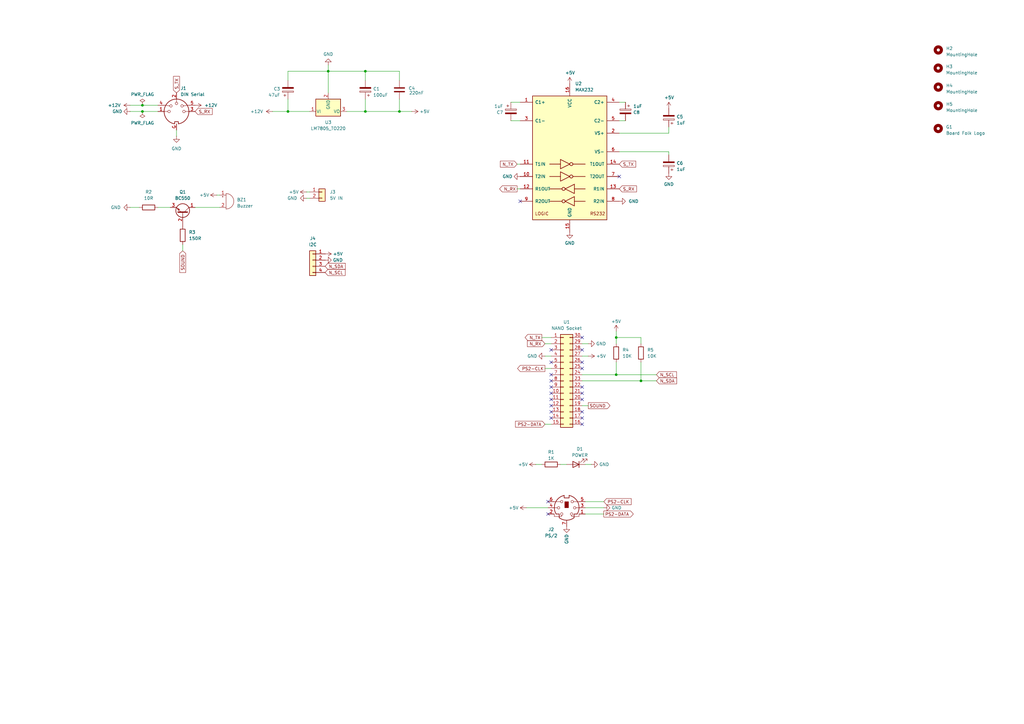
<source format=kicad_sch>
(kicad_sch (version 20231120) (generator "eeschema") (generator_version "8.0")
  (paper "A3")
  (lib_symbols
    (symbol "Connector_Generic:Conn_01x02" (pin_names (offset 1.016) hide)
      (property "Reference" "J" (at 0 2.54 0))
      (property "Value" "Conn_01x02" (at 0 -5.08 0))
      (symbol "Conn_01x02_1_1"
        (rectangle (start -1.27 -2.413) (end 0 -2.667) (stroke (width 0.1524)))
        (rectangle (start -1.27 0.127) (end 0 -0.127) (stroke (width 0.1524)))
        (rectangle (start -1.27 1.27) (end 1.27 -3.81) (stroke (width 0.254)) (fill (type background)))
        (pin passive line (at -5.08 0 0) (length 3.81) (name "Pin_1") (number "1"))
        (pin passive line (at -5.08 -2.54 0) (length 3.81) (name "Pin_2") (number "2"))
      )
    )
    (symbol "Connector_Generic:Conn_01x04" (pin_names (offset 1.016) hide)
      (property "Reference" "J" (at 0 5.08 0))
      (property "Value" "Conn_01x04" (at 0 -7.62 0))
      (symbol "Conn_01x04_1_1"
        (rectangle (start -1.27 -4.953) (end 0 -5.207) (stroke (width 0.1524)))
        (rectangle (start -1.27 -2.413) (end 0 -2.667) (stroke (width 0.1524)))
        (rectangle (start -1.27 0.127) (end 0 -0.127) (stroke (width 0.1524)))
        (rectangle (start -1.27 2.667) (end 0 2.413) (stroke (width 0.1524)))
        (rectangle (start -1.27 3.81) (end 1.27 -6.35) (stroke (width 0.254)) (fill (type background)))
        (pin passive line (at -5.08 2.54 0) (length 3.81) (name "Pin_1") (number "1"))
        (pin passive line (at -5.08 0 0) (length 3.81) (name "Pin_2") (number "2"))
        (pin passive line (at -5.08 -2.54 0) (length 3.81) (name "Pin_3") (number "3"))
        (pin passive line (at -5.08 -5.08 0) (length 3.81) (name "Pin_4") (number "4"))
      )
    )
    (symbol "Connector_Generic:Conn_02x15_Counter_Clockwise" (pin_names (offset 1.016) hide)
      (property "Reference" "J" (at 1.27 20.32 0))
      (property "Value" "Conn_02x15_Counter_Clockwise" (at 1.27 -20.32 0))
      (symbol "Conn_02x15_Counter_Clockwise_1_1"
        (rectangle (start -1.27 -17.653) (end 0 -17.907) (stroke (width 0.1524)))
        (rectangle (start -1.27 -15.113) (end 0 -15.367) (stroke (width 0.1524)))
        (rectangle (start -1.27 -12.573) (end 0 -12.827) (stroke (width 0.1524)))
        (rectangle (start -1.27 -10.033) (end 0 -10.287) (stroke (width 0.1524)))
        (rectangle (start -1.27 -7.493) (end 0 -7.747) (stroke (width 0.1524)))
        (rectangle (start -1.27 -4.953) (end 0 -5.207) (stroke (width 0.1524)))
        (rectangle (start -1.27 -2.413) (end 0 -2.667) (stroke (width 0.1524)))
        (rectangle (start -1.27 0.127) (end 0 -0.127) (stroke (width 0.1524)))
        (rectangle (start -1.27 2.667) (end 0 2.413) (stroke (width 0.1524)))
        (rectangle (start -1.27 5.207) (end 0 4.953) (stroke (width 0.1524)))
        (rectangle (start -1.27 7.747) (end 0 7.493) (stroke (width 0.1524)))
        (rectangle (start -1.27 10.287) (end 0 10.033) (stroke (width 0.1524)))
        (rectangle (start -1.27 12.827) (end 0 12.573) (stroke (width 0.1524)))
        (rectangle (start -1.27 15.367) (end 0 15.113) (stroke (width 0.1524)))
        (rectangle (start -1.27 17.907) (end 0 17.653) (stroke (width 0.1524)))
        (rectangle (start -1.27 19.05) (end 3.81 -19.05) (stroke (width 0.254)) (fill (type background)))
        (rectangle (start 3.81 -17.653) (end 2.54 -17.907) (stroke (width 0.1524)))
        (rectangle (start 3.81 -15.113) (end 2.54 -15.367) (stroke (width 0.1524)))
        (rectangle (start 3.81 -12.573) (end 2.54 -12.827) (stroke (width 0.1524)))
        (rectangle (start 3.81 -10.033) (end 2.54 -10.287) (stroke (width 0.1524)))
        (rectangle (start 3.81 -7.493) (end 2.54 -7.747) (stroke (width 0.1524)))
        (rectangle (start 3.81 -4.953) (end 2.54 -5.207) (stroke (width 0.1524)))
        (rectangle (start 3.81 -2.413) (end 2.54 -2.667) (stroke (width 0.1524)))
        (rectangle (start 3.81 0.127) (end 2.54 -0.127) (stroke (width 0.1524)))
        (rectangle (start 3.81 2.667) (end 2.54 2.413) (stroke (width 0.1524)))
        (rectangle (start 3.81 5.207) (end 2.54 4.953) (stroke (width 0.1524)))
        (rectangle (start 3.81 7.747) (end 2.54 7.493) (stroke (width 0.1524)))
        (rectangle (start 3.81 10.287) (end 2.54 10.033) (stroke (width 0.1524)))
        (rectangle (start 3.81 12.827) (end 2.54 12.573) (stroke (width 0.1524)))
        (rectangle (start 3.81 15.367) (end 2.54 15.113) (stroke (width 0.1524)))
        (rectangle (start 3.81 17.907) (end 2.54 17.653) (stroke (width 0.1524)))
        (pin passive line (at -5.08 17.78 0) (length 3.81) (name "Pin_1") (number "1"))
        (pin passive line (at -5.08 -5.08 0) (length 3.81) (name "Pin_10") (number "10"))
        (pin passive line (at -5.08 -7.62 0) (length 3.81) (name "Pin_11") (number "11"))
        (pin passive line (at -5.08 -10.16 0) (length 3.81) (name "Pin_12") (number "12"))
        (pin passive line (at -5.08 -12.7 0) (length 3.81) (name "Pin_13") (number "13"))
        (pin passive line (at -5.08 -15.24 0) (length 3.81) (name "Pin_14") (number "14"))
        (pin passive line (at -5.08 -17.78 0) (length 3.81) (name "Pin_15") (number "15"))
        (pin passive line (at 7.62 -17.78 180) (length 3.81) (name "Pin_16") (number "16"))
        (pin passive line (at 7.62 -15.24 180) (length 3.81) (name "Pin_17") (number "17"))
        (pin passive line (at 7.62 -12.7 180) (length 3.81) (name "Pin_18") (number "18"))
        (pin passive line (at 7.62 -10.16 180) (length 3.81) (name "Pin_19") (number "19"))
        (pin passive line (at -5.08 15.24 0) (length 3.81) (name "Pin_2") (number "2"))
        (pin passive line (at 7.62 -7.62 180) (length 3.81) (name "Pin_20") (number "20"))
        (pin passive line (at 7.62 -5.08 180) (length 3.81) (name "Pin_21") (number "21"))
        (pin passive line (at 7.62 -2.54 180) (length 3.81) (name "Pin_22") (number "22"))
        (pin passive line (at 7.62 0 180) (length 3.81) (name "Pin_23") (number "23"))
        (pin passive line (at 7.62 2.54 180) (length 3.81) (name "Pin_24") (number "24"))
        (pin passive line (at 7.62 5.08 180) (length 3.81) (name "Pin_25") (number "25"))
        (pin passive line (at 7.62 7.62 180) (length 3.81) (name "Pin_26") (number "26"))
        (pin passive line (at 7.62 10.16 180) (length 3.81) (name "Pin_27") (number "27"))
        (pin passive line (at 7.62 12.7 180) (length 3.81) (name "Pin_28") (number "28"))
        (pin passive line (at 7.62 15.24 180) (length 3.81) (name "Pin_29") (number "29"))
        (pin passive line (at -5.08 12.7 0) (length 3.81) (name "Pin_3") (number "3"))
        (pin passive line (at 7.62 17.78 180) (length 3.81) (name "Pin_30") (number "30"))
        (pin passive line (at -5.08 10.16 0) (length 3.81) (name "Pin_4") (number "4"))
        (pin passive line (at -5.08 7.62 0) (length 3.81) (name "Pin_5") (number "5"))
        (pin passive line (at -5.08 5.08 0) (length 3.81) (name "Pin_6") (number "6"))
        (pin passive line (at -5.08 2.54 0) (length 3.81) (name "Pin_7") (number "7"))
        (pin passive line (at -5.08 0 0) (length 3.81) (name "Pin_8") (number "8"))
        (pin passive line (at -5.08 -2.54 0) (length 3.81) (name "Pin_9") (number "9"))
      )
    )
    (symbol "Device:Buzzer" (pin_names (offset 0.0254) hide)
      (property "Reference" "BZ" (at 3.81 1.27 0))
      (property "Value" "Buzzer" (at 3.81 -1.27 0))
      (symbol "Buzzer_0_1"
        (arc (start 0 -3.175) (mid 3.1612 0) (end 0 3.175))
        (polyline (pts (xy -1.651 1.905) (xy -1.143 1.905)))
        (polyline (pts (xy -1.397 2.159) (xy -1.397 1.651)))
        (polyline (pts (xy 0 3.175) (xy 0 -3.175)))
      )
      (symbol "Buzzer_1_1"
        (pin passive line (at -2.54 2.54 0) (length 2.54) (name "+") (number "1"))
        (pin passive line (at -2.54 -2.54 0) (length 2.54) (name "-") (number "2"))
      )
    )
    (symbol "Device:C" (pin_numbers hide) (pin_names (offset 0.254))
      (property "Reference" "C" (at 0.635 2.54 0))
      (property "Value" "C" (at 0.635 -2.54 0))
      (symbol "C_0_1"
        (polyline (pts (xy -2.032 -0.762) (xy 2.032 -0.762)) (stroke (width 0.508)))
        (polyline (pts (xy -2.032 0.762) (xy 2.032 0.762)) (stroke (width 0.508)))
      )
      (symbol "C_1_1"
        (pin passive line (at 0 3.81 270) (length 2.794) (name "~") (number "1"))
        (pin passive line (at 0 -3.81 90) (length 2.794) (name "~") (number "2"))
      )
    )
    (symbol "Device:C_Polarized" (pin_numbers hide) (pin_names (offset 0.254))
      (property "Reference" "C" (at 0.635 2.54 0))
      (property "Value" "C_Polarized" (at 0.635 -2.54 0))
      (symbol "C_Polarized_0_1"
        (rectangle (start -2.286 0.508) (end 2.286 1.016))
        (polyline (pts (xy -1.778 2.286) (xy -0.762 2.286)))
        (polyline (pts (xy -1.27 2.794) (xy -1.27 1.778)))
        (rectangle (start 2.286 -0.508) (end -2.286 -1.016) (fill (type outline)))
      )
      (symbol "C_Polarized_1_1"
        (pin passive line (at 0 3.81 270) (length 2.794) (name "~") (number "1"))
        (pin passive line (at 0 -3.81 90) (length 2.794) (name "~") (number "2"))
      )
    )
    (symbol "Device:LED" (pin_numbers hide) (pin_names (offset 1.016) hide)
      (property "Reference" "D" (at 0 2.54 0))
      (property "Value" "LED" (at 0 -2.54 0))
      (symbol "LED_0_1"
        (polyline (pts (xy -1.27 -1.27) (xy -1.27 1.27)) (stroke (width 0.254)))
        (polyline (pts (xy -1.27 0) (xy 1.27 0)))
        (polyline (pts (xy 1.27 -1.27) (xy 1.27 1.27) (xy -1.27 0) (xy 1.27 -1.27)) (stroke (width 0.254)))
        (polyline (pts (xy -3.048 -0.762) (xy -4.572 -2.286) (xy -3.81 -2.286) (xy -4.572 -2.286) (xy -4.572 -1.524)))
        (polyline (pts (xy -1.778 -0.762) (xy -3.302 -2.286) (xy -2.54 -2.286) (xy -3.302 -2.286) (xy -3.302 -1.524)))
      )
      (symbol "LED_1_1"
        (pin passive line (at -3.81 0 0) (length 2.54) (name "K") (number "1"))
        (pin passive line (at 3.81 0 180) (length 2.54) (name "A") (number "2"))
      )
    )
    (symbol "Device:R" (pin_numbers hide) (pin_names (offset 0))
      (property "Reference" "R" (at 2.032 0 90))
      (property "Value" "R" (at 0 0 90))
      (symbol "R_0_1"
        (rectangle (start -1.016 -2.54) (end 1.016 2.54) (stroke (width 0.254)))
      )
      (symbol "R_1_1"
        (pin passive line (at 0 3.81 270) (length 1.27) (name "~") (number "1"))
        (pin passive line (at 0 -3.81 90) (length 1.27) (name "~") (number "2"))
      )
    )
    (symbol "Interface_UART:MAX232" (pin_names (offset 1.016))
      (property "Reference" "U" (at -2.54 28.575 0))
      (property "Value" "MAX232" (at -2.54 26.67 0))
      (symbol "MAX232_0_0"
        (text "LOGIC" (at -11.43 -22.86 0) (effects (font (size 1.27 1.27))))
        (text "RS232" (at 11.43 -22.86 0) (effects (font (size 1.27 1.27))))
      )
      (symbol "MAX232_0_1"
        (rectangle (start -15.24 -25.4) (end 15.24 25.4) (stroke (width 0.254)) (fill (type background)))
        (circle (center -2.54 -17.78) (radius 0.635) (stroke (width 0.254)))
        (circle (center -2.54 -12.7) (radius 0.635) (stroke (width 0.254)))
        (polyline (pts (xy -3.81 -7.62) (xy -8.255 -7.62)) (stroke (width 0.254)))
        (polyline (pts (xy -3.81 -2.54) (xy -8.255 -2.54)) (stroke (width 0.254)))
        (polyline (pts (xy -3.175 -17.78) (xy -8.255 -17.78)) (stroke (width 0.254)))
        (polyline (pts (xy -3.175 -12.7) (xy -8.255 -12.7)) (stroke (width 0.254)))
        (polyline (pts (xy 1.27 -7.62) (xy 6.35 -7.62)) (stroke (width 0.254)))
        (polyline (pts (xy 1.27 -2.54) (xy 6.35 -2.54)) (stroke (width 0.254)))
        (polyline (pts (xy 1.905 -17.78) (xy 6.35 -17.78)) (stroke (width 0.254)))
        (polyline (pts (xy 1.905 -12.7) (xy 6.35 -12.7)) (stroke (width 0.254)))
        (polyline (pts (xy -3.81 -5.715) (xy -3.81 -9.525) (xy 0 -7.62) (xy -3.81 -5.715)) (stroke (width 0.254)))
        (polyline (pts (xy -3.81 -0.635) (xy -3.81 -4.445) (xy 0 -2.54) (xy -3.81 -0.635)) (stroke (width 0.254)))
        (polyline (pts (xy 1.905 -15.875) (xy 1.905 -19.685) (xy -1.905 -17.78) (xy 1.905 -15.875)) (stroke (width 0.254)))
        (polyline (pts (xy 1.905 -10.795) (xy 1.905 -14.605) (xy -1.905 -12.7) (xy 1.905 -10.795)) (stroke (width 0.254)))
        (circle (center 0.635 -7.62) (radius 0.635) (stroke (width 0.254)))
        (circle (center 0.635 -2.54) (radius 0.635) (stroke (width 0.254)))
      )
      (symbol "MAX232_1_1"
        (pin passive line (at -20.32 22.86 0) (length 5.08) (name "C1+") (number "1"))
        (pin input line (at -20.32 -7.62 0) (length 5.08) (name "T2IN") (number "10"))
        (pin input line (at -20.32 -2.54 0) (length 5.08) (name "T1IN") (number "11"))
        (pin output line (at -20.32 -12.7 0) (length 5.08) (name "R1OUT") (number "12"))
        (pin input line (at 20.32 -12.7 180) (length 5.08) (name "R1IN") (number "13"))
        (pin output line (at 20.32 -2.54 180) (length 5.08) (name "T1OUT") (number "14"))
        (pin power_in line (at 0 -30.48 90) (length 5.08) (name "GND") (number "15"))
        (pin power_in line (at 0 30.48 270) (length 5.08) (name "VCC") (number "16"))
        (pin power_out line (at 20.32 10.16 180) (length 5.08) (name "VS+") (number "2"))
        (pin passive line (at -20.32 15.24 0) (length 5.08) (name "C1-") (number "3"))
        (pin passive line (at 20.32 22.86 180) (length 5.08) (name "C2+") (number "4"))
        (pin passive line (at 20.32 15.24 180) (length 5.08) (name "C2-") (number "5"))
        (pin power_out line (at 20.32 2.54 180) (length 5.08) (name "VS-") (number "6"))
        (pin output line (at 20.32 -7.62 180) (length 5.08) (name "T2OUT") (number "7"))
        (pin input line (at 20.32 -17.78 180) (length 5.08) (name "R2IN") (number "8"))
        (pin output line (at -20.32 -17.78 0) (length 5.08) (name "R2OUT") (number "9"))
      )
    )
    (symbol "Mechanical:MountingHole" (pin_names (offset 1.016)) (exclude_from_sim yes) (in_bom no)
      (property "Reference" "H" (at 0 5.08 0))
      (property "Value" "MountingHole" (at 0 3.175 0))
      (symbol "MountingHole_0_1"
        (circle (center 0 0) (radius 1.27) (stroke (width 1.27)))
      )
    )
    (symbol "Regulator_Linear:LM7805_TO220" (pin_names (offset 0.254))
      (property "Reference" "U" (at -3.81 3.175 0))
      (property "Value" "LM7805_TO220" (at 0 3.175 0))
      (symbol "LM7805_TO220_0_1"
        (rectangle (start -5.08 1.905) (end 5.08 -5.08) (stroke (width 0.254)) (fill (type background)))
      )
      (symbol "LM7805_TO220_1_1"
        (pin power_in line (at -7.62 0 0) (length 2.54) (name "VI") (number "1"))
        (pin power_in line (at 0 -7.62 90) (length 2.54) (name "GND") (number "2"))
        (pin power_out line (at 7.62 0 180) (length 2.54) (name "VO") (number "3"))
      )
    )
    (symbol "TIMPS2Key:DIN Serial" (pin_names (offset 1.016))
      (property "Reference" "REF**" (at -12.7 -5.08 0))
      (property "Value" "DIN Serial" (at -12.7 -7.62 0))
      (symbol "DIN Serial_0_1"
        (arc (start -5.08 0) (mid -3.8609 -3.3364) (end -0.762 -5.08) (stroke (width 0.254)))
        (circle (center -3.048 0) (radius 0.508))
        (circle (center -2.286 2.286) (radius 0.508))
        (polyline (pts (xy -5.08 0) (xy -3.556 0)))
        (polyline (pts (xy 0 5.08) (xy 0 3.81)))
        (polyline (pts (xy 5.08 0) (xy 3.556 0)))
        (polyline (pts (xy -5.08 2.54) (xy -4.318 2.54) (xy -2.794 2.286)))
        (polyline (pts (xy 5.08 2.54) (xy 4.318 2.54) (xy 2.794 2.286)))
        (polyline (pts (xy -0.762 -4.953) (xy -0.762 -4.191) (xy 0.762 -4.191) (xy 0.762 -4.953)) (stroke (width 0.254)))
        (circle (center 0 3.302) (radius 0.508))
        (arc (start 0.762 -5.08) (mid 3.8685 -3.343) (end 5.08 0) (stroke (width 0.254)))
        (circle (center 2.286 2.286) (radius 0.508))
        (circle (center 3.048 0) (radius 0.508))
        (arc (start 5.08 0) (mid 0 5.0579) (end -5.08 0) (stroke (width 0.254)))
      )
      (symbol "DIN Serial_1_1"
        (pin passive line (at -7.62 0 0) (length 2.54) (name "~") (number "1"))
        (pin passive line (at 0 7.62 270) (length 2.54) (name "~") (number "2"))
        (pin passive line (at 7.62 0 180) (length 2.54) (name "~") (number "3"))
        (pin passive line (at -7.62 2.54 0) (length 2.54) (name "~") (number "4"))
        (pin passive line (at 7.62 2.54 180) (length 2.54) (name "~") (number "5"))
        (pin passive line (at 0 -7.62 90) (length 2.54) (name "~") (number "G"))
      )
    )
    (symbol "TIMPS2Key:Mini-DIN-6" (pin_names (offset 1.016))
      (property "Reference" "J3" (at 0.0177 10.16 0))
      (property "Value" "PS/2" (at 0.0177 7.62 0))
      (symbol "Mini-DIN-6_0_1"
        (circle (center -3.302 0) (radius 0.508))
        (arc (start -3.048 -4.064) (mid 0 -5.08) (end 3.048 -4.064) (stroke (width 0.254)))
        (circle (center -2.032 -2.54) (radius 0.508))
        (circle (center -2.032 2.54) (radius 0.508))
        (arc (start -1.016 5.08) (mid -4.6243 2.1182) (end -4.318 -2.54) (stroke (width 0.254)))
        (rectangle (start -0.762 2.54) (end 0.762 0) (fill (type outline)))
        (polyline (pts (xy -3.81 0) (xy -5.08 0)))
        (polyline (pts (xy -2.54 2.54) (xy -5.08 2.54)))
        (polyline (pts (xy 2.794 2.54) (xy 5.08 2.54)))
        (polyline (pts (xy 5.08 0) (xy 3.81 0)))
        (polyline (pts (xy -4.318 -2.54) (xy -3.048 -2.54) (xy -3.048 -4.064)) (stroke (width 0.254)))
        (polyline (pts (xy 4.318 -2.54) (xy 3.048 -2.54) (xy 3.048 -4.064)) (stroke (width 0.254)))
        (polyline (pts (xy -2.032 -3.048) (xy -2.032 -3.556) (xy -5.08 -3.556) (xy -5.08 -2.54)))
        (polyline (pts (xy -1.016 5.08) (xy -1.016 4.064) (xy 1.016 4.064) (xy 1.016 5.08)) (stroke (width 0.254)))
        (polyline (pts (xy 2.032 -3.048) (xy 2.032 -3.556) (xy 5.08 -3.556) (xy 5.08 -2.54)))
        (circle (center 2.032 -2.54) (radius 0.508))
        (circle (center 2.286 2.54) (radius 0.508))
        (circle (center 3.302 0) (radius 0.508))
        (arc (start 4.318 -2.54) (mid 4.6646 2.1357) (end 1.016 5.08) (stroke (width 0.254)))
      )
      (symbol "Mini-DIN-6_1_1"
        (pin passive line (at 7.62 -2.54 180) (length 2.54) (name "~") (number "1"))
        (pin passive line (at -7.62 -2.54 0) (length 2.54) (name "~") (number "2"))
        (pin passive line (at 7.62 0 180) (length 2.54) (name "~") (number "3"))
        (pin passive line (at -7.62 0 0) (length 2.54) (name "~") (number "4"))
        (pin passive line (at 7.62 2.54 180) (length 2.54) (name "~") (number "5"))
        (pin passive line (at -7.62 2.54 0) (length 2.54) (name "~") (number "6"))
        (pin passive line (at 0 -7.62 90) (length 2.54) (name "") (number "7"))
      )
    )
    (symbol "Transistor_BJT:BC550" (pin_names (offset 0) hide)
      (property "Reference" "Q" (at 5.08 1.905 0))
      (property "Value" "BC550" (at 5.08 0 0))
      (symbol "BC550_0_1"
        (polyline (pts (xy 0 0) (xy 0.635 0)))
        (polyline (pts (xy 0.635 0.635) (xy 2.54 2.54)))
        (polyline (pts (xy 0.635 -0.635) (xy 2.54 -2.54) (xy 2.54 -2.54)))
        (polyline (pts (xy 0.635 1.905) (xy 0.635 -1.905) (xy 0.635 -1.905)) (stroke (width 0.508)))
        (polyline (pts (xy 1.27 -1.778) (xy 1.778 -1.27) (xy 2.286 -2.286) (xy 1.27 -1.778) (xy 1.27 -1.778)) (fill (type outline)))
        (circle (center 1.27 0) (radius 2.8194) (stroke (width 0.254)))
      )
      (symbol "BC550_1_1"
        (pin passive line (at 2.54 5.08 270) (length 2.54) (name "C") (number "1"))
        (pin input line (at -5.08 0 0) (length 5.08) (name "B") (number "2"))
        (pin passive line (at 2.54 -5.08 90) (length 2.54) (name "E") (number "3"))
      )
    )
    (symbol "power:+12V" (power) (pin_numbers hide) (pin_names (offset 0) hide)
      (property "Value" "+12V" (at 0 3.556 0))
      (symbol "+12V_0_1"
        (polyline (pts (xy -0.762 1.27) (xy 0 2.54)))
        (polyline (pts (xy 0 0) (xy 0 2.54)))
        (polyline (pts (xy 0 2.54) (xy 0.762 1.27)))
      )
      (symbol "+12V_1_1"
        (pin power_in line (at 0 0 90) (length 0) (name "~") (number "1"))
      )
    )
    (symbol "power:+5V" (power) (pin_numbers hide) (pin_names (offset 0) hide)
      (property "Value" "+5V" (at 0 3.556 0))
      (symbol "+5V_0_1"
        (polyline (pts (xy -0.762 1.27) (xy 0 2.54)))
        (polyline (pts (xy 0 0) (xy 0 2.54)))
        (polyline (pts (xy 0 2.54) (xy 0.762 1.27)))
      )
      (symbol "+5V_1_1"
        (pin power_in line (at 0 0 90) (length 0) (name "~") (number "1"))
      )
    )
    (symbol "power:GND" (power) (pin_numbers hide) (pin_names (offset 0) hide)
      (property "Value" "GND" (at 0 -3.81 0))
      (symbol "GND_0_1"
        (polyline (pts (xy 0 0) (xy 0 -1.27) (xy 1.27 -1.27) (xy 0 -2.54) (xy -1.27 -1.27) (xy 0 -1.27)))
      )
      (symbol "GND_1_1"
        (pin power_in line (at 0 0 270) (length 0) (name "~") (number "1"))
      )
    )
    (symbol "power:PWR_FLAG" (power) (pin_numbers hide) (pin_names (offset 0) hide)
      (property "Value" "PWR_FLAG" (at 0 3.81 0))
      (symbol "PWR_FLAG_0_0"
        (pin power_out line (at 0 0 90) (length 0) (name "~") (number "1"))
      )
      (symbol "PWR_FLAG_0_1"
        (polyline (pts (xy 0 0) (xy 0 1.27) (xy -1.016 1.905) (xy 0 2.54) (xy 1.016 1.905) (xy 0 1.27)))
      )
    )
  )
  (junction (at 252.73 138.43))
  (junction (at 118.11 45.72))
  (junction (at 262.89 156.21))
  (junction (at 149.86 45.72))
  (junction (at 134.62 29.21))
  (junction (at 252.73 153.67))
  (junction (at 58.42 43.18))
  (junction (at 149.86 29.21))
  (junction (at 163.83 45.72))
  (junction (at 58.42 45.72))
  (no_connect (at 226.06 161.29))
  (no_connect (at 238.76 151.13))
  (no_connect (at 226.06 166.37))
  (no_connect (at 238.76 158.75))
  (no_connect (at 238.76 171.45))
  (no_connect (at 226.06 163.83))
  (no_connect (at 254 72.39))
  (no_connect (at 238.76 168.91))
  (no_connect (at 238.76 143.51))
  (no_connect (at 224.79 205.74))
  (no_connect (at 238.76 163.83))
  (no_connect (at 226.06 158.75))
  (no_connect (at 226.06 171.45))
  (no_connect (at 226.06 168.91))
  (no_connect (at 238.76 161.29))
  (no_connect (at 213.36 82.55))
  (no_connect (at 238.76 173.99))
  (no_connect (at 226.06 153.67))
  (no_connect (at 224.79 210.82))
  (no_connect (at 226.06 148.59))
  (no_connect (at 238.76 138.43))
  (no_connect (at 238.76 148.59))
  (no_connect (at 226.06 156.21))
  (no_connect (at 226.06 143.51))
  (wire (pts (xy 142.24 45.72) (xy 149.86 45.72)))
  (wire (pts (xy 213.36 77.47) (xy 212.09 77.47)))
  (wire (pts (xy 222.25 138.43) (xy 226.06 138.43)))
  (wire (pts (xy 252.73 148.59) (xy 252.73 153.67)))
  (wire (pts (xy 274.32 62.23) (xy 254 62.23)))
  (wire (pts (xy 209.55 41.91) (xy 213.36 41.91)))
  (wire (pts (xy 149.86 40.64) (xy 149.86 45.72)))
  (wire (pts (xy 252.73 138.43) (xy 252.73 140.97)))
  (wire (pts (xy 53.34 45.72) (xy 58.42 45.72)))
  (wire (pts (xy 118.11 40.64) (xy 118.11 45.72)))
  (wire (pts (xy 58.42 43.18) (xy 64.77 43.18)))
  (wire (pts (xy 240.03 190.5) (xy 242.57 190.5)))
  (wire (pts (xy 240.03 208.28) (xy 247.65 208.28)))
  (wire (pts (xy 215.9 208.28) (xy 224.79 208.28)))
  (wire (pts (xy 74.93 102.87) (xy 74.93 100.33)))
  (wire (pts (xy 223.52 140.97) (xy 226.06 140.97)))
  (wire (pts (xy 111.76 45.72) (xy 118.11 45.72)))
  (wire (pts (xy 262.89 156.21) (xy 238.76 156.21)))
  (wire (pts (xy 262.89 138.43) (xy 252.73 138.43)))
  (wire (pts (xy 213.36 67.31) (xy 212.09 67.31)))
  (wire (pts (xy 125.73 81.28) (xy 127 81.28)))
  (wire (pts (xy 219.71 190.5) (xy 222.25 190.5)))
  (wire (pts (xy 254 49.53) (xy 256.54 49.53)))
  (wire (pts (xy 53.34 43.18) (xy 58.42 43.18)))
  (wire (pts (xy 240.03 210.82) (xy 247.65 210.82)))
  (wire (pts (xy 274.32 54.61) (xy 254 54.61)))
  (wire (pts (xy 223.52 146.05) (xy 226.06 146.05)))
  (wire (pts (xy 252.73 135.89) (xy 252.73 138.43)))
  (wire (pts (xy 64.77 85.09) (xy 69.85 85.09)))
  (wire (pts (xy 274.32 52.07) (xy 274.32 54.61)))
  (wire (pts (xy 53.34 85.09) (xy 57.15 85.09)))
  (wire (pts (xy 125.73 78.74) (xy 127 78.74)))
  (wire (pts (xy 149.86 45.72) (xy 163.83 45.72)))
  (wire (pts (xy 90.17 80.01) (xy 88.9 80.01)))
  (wire (pts (xy 163.83 40.64) (xy 163.83 45.72)))
  (wire (pts (xy 238.76 146.05) (xy 241.3 146.05)))
  (wire (pts (xy 274.32 63.5) (xy 274.32 62.23)))
  (wire (pts (xy 262.89 148.59) (xy 262.89 156.21)))
  (wire (pts (xy 149.86 29.21) (xy 163.83 29.21)))
  (wire (pts (xy 118.11 45.72) (xy 127 45.72)))
  (wire (pts (xy 252.73 153.67) (xy 238.76 153.67)))
  (wire (pts (xy 240.03 205.74) (xy 247.65 205.74)))
  (wire (pts (xy 134.62 26.67) (xy 134.62 29.21)))
  (wire (pts (xy 262.89 140.97) (xy 262.89 138.43)))
  (wire (pts (xy 80.01 85.09) (xy 90.17 85.09)))
  (wire (pts (xy 269.24 153.67) (xy 252.73 153.67)))
  (wire (pts (xy 72.39 53.34) (xy 72.39 55.88)))
  (wire (pts (xy 209.55 49.53) (xy 213.36 49.53)))
  (wire (pts (xy 149.86 29.21) (xy 149.86 33.02)))
  (wire (pts (xy 58.42 45.72) (xy 64.77 45.72)))
  (wire (pts (xy 254 41.91) (xy 256.54 41.91)))
  (wire (pts (xy 134.62 29.21) (xy 149.86 29.21)))
  (wire (pts (xy 163.83 29.21) (xy 163.83 33.02)))
  (wire (pts (xy 241.3 166.37) (xy 238.76 166.37)))
  (wire (pts (xy 223.52 151.13) (xy 226.06 151.13)))
  (wire (pts (xy 238.76 140.97) (xy 241.3 140.97)))
  (wire (pts (xy 134.62 29.21) (xy 134.62 38.1)))
  (wire (pts (xy 118.11 33.02) (xy 118.11 29.21)))
  (wire (pts (xy 223.52 173.99) (xy 226.06 173.99)))
  (wire (pts (xy 163.83 45.72) (xy 168.91 45.72)))
  (wire (pts (xy 269.24 156.21) (xy 262.89 156.21)))
  (wire (pts (xy 118.11 29.21) (xy 134.62 29.21)))
  (wire (pts (xy 229.87 190.5) (xy 232.41 190.5)))
  (global_label "S_RX" (shape input) (at 254 77.47 0) (property "Intersheetrefs" "${INTERSHEET_REFS}" (effects (hide yes))))
  (global_label "N_SCL" (shape input) (at 269.24 153.67 0) (property "Intersheetrefs" "${INTERSHEET_REFS}" (effects (hide yes))))
  (global_label "PS2-CLK" (shape output) (at 223.52 151.13 180) (property "Intersheetrefs" "${INTERSHEET_REFS}" (effects (hide yes))))
  (global_label "PS2-DATA" (shape output) (at 247.65 210.82 0) (property "Intersheetrefs" "${INTERSHEET_REFS}" (effects (hide yes))))
  (global_label "N_SDA" (shape input) (at 269.24 156.21 0) (property "Intersheetrefs" "${INTERSHEET_REFS}" (effects (hide yes))))
  (global_label "S_RX" (shape input) (at 80.01 45.72 0) (property "Intersheetrefs" "${INTERSHEET_REFS}" (effects (hide yes))))
  (global_label "SOUND" (shape output) (at 241.3 166.37 0) (property "Intersheetrefs" "${INTERSHEET_REFS}" (effects (hide yes))))
  (global_label "N_SCL" (shape input) (at 133.35 111.76 0) (property "Intersheetrefs" "${INTERSHEET_REFS}" (effects (hide yes))))
  (global_label "PS2-CLK" (shape input) (at 247.65 205.74 0) (property "Intersheetrefs" "${INTERSHEET_REFS}" (effects (hide yes))))
  (global_label "N_RX" (shape input) (at 223.52 140.97 180) (property "Intersheetrefs" "${INTERSHEET_REFS}" (effects (hide yes))))
  (global_label "N_TX" (shape output) (at 222.25 138.43 180) (property "Intersheetrefs" "${INTERSHEET_REFS}" (effects (hide yes))))
  (global_label "SOUND" (shape input) (at 74.93 102.87 270) (property "Intersheetrefs" "${INTERSHEET_REFS}" (effects (hide yes))))
  (global_label "N_TX" (shape input) (at 212.09 67.31 180) (property "Intersheetrefs" "${INTERSHEET_REFS}" (effects (hide yes))))
  (global_label "S_TX" (shape input) (at 254 67.31 0) (property "Intersheetrefs" "${INTERSHEET_REFS}" (effects (hide yes))))
  (global_label "PS2-DATA" (shape input) (at 223.52 173.99 180) (property "Intersheetrefs" "${INTERSHEET_REFS}" (effects (hide yes))))
  (global_label "N_SDA" (shape input) (at 133.35 109.22 0) (property "Intersheetrefs" "${INTERSHEET_REFS}" (effects (hide yes))))
  (global_label "S_TX" (shape input) (at 72.39 38.1 90) (property "Intersheetrefs" "${INTERSHEET_REFS}" (effects (hide yes))))
  (global_label "N_RX" (shape output) (at 212.09 77.47 180) (property "Intersheetrefs" "${INTERSHEET_REFS}" (effects (hide yes))))
  (symbol (lib_id "power:GND") (at 254 82.55 90) (unit 1)
    (property "Reference" "#PWR023" (effects (hide yes)))
    (property "Value" "GND" (at 257.81 82.55 90) (effects (justify right)))
    (property "Description" "Power symbol creates a global label with name \"GND\" , ground" (effects (hide yes)))
  )
  (symbol (lib_id "Interface_UART:MAX232") (at 233.68 64.77 0) (unit 1)
    (property "Reference" "U2" (at 235.8741 34.29 0) (effects (justify left)))
    (property "Value" "MAX232" (at 235.8741 36.83 0) (effects (justify left)))
    (property "Footprint" "Package_DIP:DIP-16_W7.62mm" (effects (hide yes)))
    (property "Datasheet" "http://www.ti.com/lit/ds/symlink/max232.pdf" (effects (hide yes)))
    (property "Description" "Dual RS232 driver/receiver, 5V supply, 120kb/s, 0C-70C" (effects (hide yes)))
  )
  (symbol (lib_id "Connector_Generic:Conn_02x15_Counter_Clockwise") (at 231.14 156.21 0) (unit 1)
    (property "Reference" "U1" (at 232.41 132.08 0))
    (property "Value" "NANO Socket" (at 232.41 134.62 0))
    (property "Footprint" "Arduino:Arduino_Nano_WithMountingHoles" (effects (hide yes)))
    (property "Description" "Generic connector, double row, 02x15, counter clockwise pin numbering scheme (similar to DIP package numbering), script generated (kicad-library-utils/schlib/autogen/connector/)" (effects (hide yes)))
  )
  (symbol (lib_id "Device:C_Polarized") (at 274.32 67.31 180) (unit 1)
    (property "Reference" "C6" (at 277.495 66.929 0) (effects (justify right)))
    (property "Value" "1uF" (at 277.495 69.469 0) (effects (justify right)))
    (property "Footprint" "Capacitor_THT:CP_Radial_D4.0mm_P2.00mm" (effects (hide yes)))
    (property "Description" "Polarized capacitor" (effects (hide yes)))
  )
  (symbol (lib_id "Mechanical:MountingHole") (at 384.8454 35.7348 0) (unit 1)
    (property "Reference" "H4" (at 388.0204 35.0998 0) (effects (justify left)))
    (property "Value" "MountingHole" (at 388.0204 37.6398 0) (effects (justify left)))
    (property "Footprint" "MountingHole:MountingHole_2.1mm" (effects (hide yes)))
    (property "Description" "Mounting Hole without connection" (effects (hide yes)))
  )
  (symbol (lib_id "power:+5V") (at 219.71 190.5 90) (unit 1)
    (property "Reference" "#PWR012" (effects (hide yes)))
    (property "Value" "+5V" (at 216.535 190.5 90) (effects (justify left)))
    (property "Description" "Power symbol creates a global label with name \"+5V\"" (effects (hide yes)))
  )
  (symbol (lib_id "power:+5V") (at 125.73 78.74 90) (unit 1)
    (property "Reference" "#PWR024" (effects (hide yes)))
    (property "Value" "+5V" (at 122.555 78.74 90) (effects (justify left)))
    (property "Description" "Power symbol creates a global label with name \"+5V\"" (effects (hide yes)))
  )
  (symbol (lib_id "Mechanical:MountingHole") (at 384.8454 43.3548 0) (unit 1)
    (property "Reference" "H5" (at 388.0204 42.7198 0) (effects (justify left)))
    (property "Value" "MountingHole" (at 388.0204 45.2598 0) (effects (justify left)))
    (property "Footprint" "MountingHole:MountingHole_2.1mm" (effects (hide yes)))
    (property "Description" "Mounting Hole without connection" (effects (hide yes)))
  )
  (symbol (lib_id "Device:C_Polarized") (at 274.32 48.26 180) (unit 1)
    (property "Reference" "C5" (at 277.495 47.879 0) (effects (justify right)))
    (property "Value" "1uF" (at 277.495 50.419 0) (effects (justify right)))
    (property "Footprint" "Capacitor_THT:CP_Radial_D4.0mm_P2.00mm" (effects (hide yes)))
    (property "Description" "Polarized capacitor" (effects (hide yes)))
  )
  (symbol (lib_id "TIMPS2Key:DIN Serial") (at 72.39 45.72 0) (unit 1)
    (property "Reference" "J1" (at 74.0411 36.195 0) (effects (justify left)))
    (property "Value" "DIN Serial" (at 74.0411 38.735 0) (effects (justify left)))
    (property "Footprint" "TIMPS2Key:DINSerial" (effects (hide yes)))
    (property "Description" "5-pin DIN connector (5-pin DIN-5 stereo)" (effects (hide yes)))
  )
  (symbol (lib_id "power:GND") (at 274.32 71.12 0) (unit 1)
    (property "Reference" "#PWR020" (effects (hide yes)))
    (property "Value" "GND" (at 274.32 75.565 0))
    (property "Description" "Power symbol creates a global label with name \"GND\" , ground" (effects (hide yes)))
  )
  (symbol (lib_id "Mechanical:MountingHole") (at 384.8454 20.4948 0) (unit 1)
    (property "Reference" "H2" (at 388.0204 19.8598 0) (effects (justify left)))
    (property "Value" "MountingHole" (at 388.0204 22.3998 0) (effects (justify left)))
    (property "Footprint" "MountingHole:MountingHole_2.1mm" (effects (hide yes)))
    (property "Description" "Mounting Hole without connection" (effects (hide yes)))
  )
  (symbol (lib_id "Regulator_Linear:LM7805_TO220") (at 134.62 45.72 0) (mirror x) (unit 1)
    (property "Reference" "U3" (at 134.62 50.165 0))
    (property "Value" "LM7805_TO220" (at 134.62 52.705 0))
    (property "Footprint" "Package_TO_SOT_THT:TO-220-3_Vertical" (effects (hide yes)))
    (property "Datasheet" "https://www.onsemi.cn/PowerSolutions/document/MC7800-D.PDF" (effects (hide yes)))
    (property "Description" "Positive 1A 35V Linear Regulator, Fixed Output 5V, TO-220" (effects (hide yes)))
  )
  (symbol (lib_id "Device:C_Polarized") (at 256.54 45.72 0) (mirror y) (unit 1)
    (property "Reference" "C8" (at 259.715 46.101 0) (effects (justify right)))
    (property "Value" "1uF" (at 259.715 43.561 0) (effects (justify right)))
    (property "Footprint" "Capacitor_THT:CP_Radial_D4.0mm_P2.00mm" (effects (hide yes)))
    (property "Description" "Polarized capacitor" (effects (hide yes)))
  )
  (symbol (lib_id "TIMPS2Key:Mini-DIN-6") (at 232.41 208.28 0) (unit 1)
    (property "Reference" "J2" (at 226.06 217.17 0))
    (property "Value" "PS/2" (at 226.06 219.71 0))
    (property "Footprint" "Arduino:Connector_Mini-DIN_Female_6Pin_2rows" (effects (hide yes)))
    (property "Description" "6-pin Mini-DIN connector" (effects (hide yes)))
  )
  (symbol (lib_id "power:+5V") (at 133.35 104.14 270) (unit 1)
    (property "Reference" "#PWR028" (effects (hide yes)))
    (property "Value" "+5V" (at 136.525 104.14 90) (effects (justify left)))
    (property "Description" "Power symbol creates a global label with name \"+5V\"" (effects (hide yes)))
  )
  (symbol (lib_id "Device:R") (at 60.96 85.09 90) (unit 1)
    (property "Reference" "R2" (at 60.96 78.74 90))
    (property "Value" "10R" (at 60.96 81.28 90))
    (property "Footprint" "Resistor_THT:R_Axial_DIN0204_L3.6mm_D1.6mm_P7.62mm_Horizontal" (effects (hide yes)))
    (property "Description" "Resistor" (effects (hide yes)))
  )
  (symbol (lib_id "power:GND") (at 125.73 81.28 270) (unit 1)
    (property "Reference" "#PWR025" (effects (hide yes)))
    (property "Value" "GND" (at 121.92 81.28 90) (effects (justify right)))
    (property "Description" "Power symbol creates a global label with name \"GND\" , ground" (effects (hide yes)))
  )
  (symbol (lib_id "Device:C_Polarized") (at 149.86 36.83 180) (unit 1)
    (property "Reference" "C1" (at 153.035 36.449 0) (effects (justify right)))
    (property "Value" "100uF" (at 153.035 38.989 0) (effects (justify right)))
    (property "Footprint" "Capacitor_THT:CP_Radial_D5.0mm_P2.00mm" (effects (hide yes)))
    (property "Description" "Polarized capacitor" (effects (hide yes)))
  )
  (symbol (lib_id "power:GND") (at 232.41 215.9 0) (unit 1)
    (property "Reference" "#PWR03" (effects (hide yes)))
    (property "Value" "GND" (at 232.41 219.075 90) (effects (justify right)))
    (property "Description" "Power symbol creates a global label with name \"GND\" , ground" (effects (hide yes)))
  )
  (symbol (lib_id "Device:R") (at 74.93 96.52 0) (unit 1)
    (property "Reference" "R3" (at 77.47 95.2499 0) (effects (justify left)))
    (property "Value" "150R" (at 77.47 97.7899 0) (effects (justify left)))
    (property "Footprint" "Resistor_THT:R_Axial_DIN0204_L3.6mm_D1.6mm_P7.62mm_Horizontal" (effects (hide yes)))
    (property "Description" "Resistor" (effects (hide yes)))
  )
  (symbol (lib_id "power:PWR_FLAG") (at 58.42 45.72 180) (unit 1)
    (property "Reference" "#FLG05" (effects (hide yes)))
    (property "Value" "PWR_FLAG" (at 58.42 50.44 0))
    (property "Description" "Special symbol for telling ERC where power comes from" (effects (hide yes)))
  )
  (symbol (lib_id "power:+12V") (at 53.34 43.18 90) (unit 1)
    (property "Reference" "#PWR014" (effects (hide yes)))
    (property "Value" "+12V" (at 49.53 43.18 90) (effects (justify left)))
    (property "Description" "Power symbol creates a global label with name \"+12V\"" (effects (hide yes)))
  )
  (symbol (lib_id "power:+5V") (at 252.73 135.89 0) (mirror y) (unit 1)
    (property "Reference" "#PWR08" (effects (hide yes)))
    (property "Value" "+5V" (at 254.762 131.826 0) (effects (justify left)))
    (property "Description" "Power symbol creates a global label with name \"+5V\"" (effects (hide yes)))
  )
  (symbol (lib_id "power:+12V") (at 80.01 43.18 270) (unit 1)
    (property "Reference" "#PWR013" (effects (hide yes)))
    (property "Value" "+12V" (at 83.82 43.18 90) (effects (justify left)))
    (property "Description" "Power symbol creates a global label with name \"+12V\"" (effects (hide yes)))
  )
  (symbol (lib_id "Device:R") (at 252.73 144.78 0) (unit 1)
    (property "Reference" "R4" (at 255.27 143.5099 0) (effects (justify left)))
    (property "Value" "10K" (at 255.27 146.05 0) (effects (justify left)))
    (property "Footprint" "Resistor_THT:R_Axial_DIN0204_L3.6mm_D1.6mm_P7.62mm_Horizontal" (effects (hide yes)))
    (property "Description" "Resistor" (effects (hide yes)))
  )
  (symbol (lib_id "power:+5V") (at 274.32 44.45 0) (unit 1)
    (property "Reference" "#PWR021" (effects (hide yes)))
    (property "Value" "+5V" (at 272.415 40.005 0) (effects (justify left)))
    (property "Description" "Power symbol creates a global label with name \"+5V\"" (effects (hide yes)))
  )
  (symbol (lib_id "power:GND") (at 223.52 146.05 270) (unit 1)
    (property "Reference" "#PWR07" (effects (hide yes)))
    (property "Value" "GND" (at 220.345 146.05 90) (effects (justify right)))
    (property "Description" "Power symbol creates a global label with name \"GND\" , ground" (effects (hide yes)))
  )
  (symbol (lib_id "Device:LED") (at 236.22 190.5 180) (unit 1)
    (property "Reference" "D1" (at 237.8075 184.15 0))
    (property "Value" "POWER" (at 237.8075 186.69 0))
    (property "Footprint" "LED_THT:LED_D3.0mm" (effects (hide yes)))
    (property "Description" "Light emitting diode" (effects (hide yes)))
  )
  (symbol (lib_id "power:GND") (at 133.35 106.68 90) (unit 1)
    (property "Reference" "#PWR029" (effects (hide yes)))
    (property "Value" "GND" (at 136.525 106.68 90) (effects (justify right)))
    (property "Description" "Power symbol creates a global label with name \"GND\" , ground" (effects (hide yes)))
  )
  (symbol (lib_id "power:GND") (at 213.36 72.39 270) (unit 1)
    (property "Reference" "#PWR022" (effects (hide yes)))
    (property "Value" "GND" (at 210.185 72.39 90) (effects (justify right)))
    (property "Description" "Power symbol creates a global label with name \"GND\" , ground" (effects (hide yes)))
  )
  (symbol (lib_id "Device:R") (at 226.06 190.5 90) (unit 1)
    (property "Reference" "R1" (at 226.06 185.42 90))
    (property "Value" "1K" (at 226.06 187.96 90))
    (property "Footprint" "Resistor_THT:R_Axial_DIN0204_L3.6mm_D1.6mm_P7.62mm_Horizontal" (effects (hide yes)))
    (property "Description" "Resistor" (effects (hide yes)))
  )
  (symbol (lib_id "power:GND") (at 134.62 26.67 180) (unit 1)
    (property "Reference" "#PWR05" (effects (hide yes)))
    (property "Value" "GND" (at 134.62 22.225 0))
    (property "Description" "Power symbol creates a global label with name \"GND\" , ground" (effects (hide yes)))
  )
  (symbol (lib_id "power:GND") (at 72.39 55.88 0) (unit 1)
    (property "Reference" "#PWR01" (effects (hide yes)))
    (property "Value" "GND" (at 72.39 60.96 0))
    (property "Description" "Power symbol creates a global label with name \"GND\" , ground" (effects (hide yes)))
  )
  (symbol (lib_id "Device:R") (at 262.89 144.78 0) (unit 1)
    (property "Reference" "R5" (at 265.43 143.5099 0) (effects (justify left)))
    (property "Value" "10K" (at 265.43 146.05 0) (effects (justify left)))
    (property "Footprint" "Resistor_THT:R_Axial_DIN0204_L3.6mm_D1.6mm_P7.62mm_Horizontal" (effects (hide yes)))
    (property "Description" "Resistor" (effects (hide yes)))
  )
  (symbol (lib_id "power:GND") (at 53.34 85.09 270) (unit 1)
    (property "Reference" "#PWR026" (effects (hide yes)))
    (property "Value" "GND" (at 49.53 85.0899 90) (effects (justify right)))
    (property "Description" "Power symbol creates a global label with name \"GND\" , ground" (effects (hide yes)))
  )
  (symbol (lib_id "power:PWR_FLAG") (at 58.42 43.18 0) (unit 1)
    (property "Reference" "#FLG04" (effects (hide yes)))
    (property "Value" "PWR_FLAG" (at 58.42 38.735 0))
    (property "Description" "Special symbol for telling ERC where power comes from" (effects (hide yes)))
  )
  (symbol (lib_id "Connector_Generic:Conn_01x04") (at 128.27 106.68 0) (mirror y) (unit 1)
    (property "Reference" "J4" (at 128.27 97.79 0))
    (property "Value" "I2C" (at 128.27 100.33 0))
    (property "Footprint" "Connector_PinHeader_2.54mm:PinHeader_1x04_P2.54mm_Vertical" (effects (hide yes)))
    (property "Description" "Generic connector, single row, 01x04, script generated (kicad-library-utils/schlib/autogen/connector/)" (effects (hide yes)))
  )
  (symbol (lib_id "Device:C") (at 163.83 36.83 0) (unit 1)
    (property "Reference" "C4" (at 168.91 36.195 0))
    (property "Value" "220nF" (at 170.815 38.1 0))
    (property "Footprint" "Capacitor_THT:C_Disc_D4.3mm_W1.9mm_P5.00mm" (effects (hide yes)))
    (property "Description" "Unpolarized capacitor" (effects (hide yes)))
  )
  (symbol (lib_id "Mechanical:MountingHole") (at 384.81 27.94 0) (unit 1)
    (property "Reference" "H3" (at 387.985 27.305 0) (effects (justify left)))
    (property "Value" "MountingHole" (at 387.985 29.845 0) (effects (justify left)))
    (property "Footprint" "MountingHole:MountingHole_2.1mm" (effects (hide yes)))
    (property "Description" "Mounting Hole without connection" (effects (hide yes)))
  )
  (symbol (lib_id "Connector_Generic:Conn_01x02") (at 132.08 78.74 0) (unit 1)
    (property "Reference" "J3" (at 135.255 78.74 0) (effects (justify left)))
    (property "Value" "5V IN" (at 135.255 81.28 0) (effects (justify left)))
    (property "Footprint" "Connector_PinHeader_2.54mm:PinHeader_1x02_P2.54mm_Vertical" (effects (hide yes)))
    (property "Description" "Generic connector, single row, 01x02, script generated (kicad-library-utils/schlib/autogen/connector/)" (effects (hide yes)))
  )
  (symbol (lib_id "power:+12V") (at 111.76 45.72 90) (unit 1)
    (property "Reference" "#PWR017" (effects (hide yes)))
    (property "Value" "+12V" (at 107.95 45.72 90) (effects (justify left)))
    (property "Description" "Power symbol creates a global label with name \"+12V\"" (effects (hide yes)))
  )
  (symbol (lib_id "Device:C_Polarized") (at 209.55 45.72 0) (unit 1)
    (property "Reference" "C7" (at 206.375 46.101 0) (effects (justify right)))
    (property "Value" "1uF" (at 206.375 43.561 0) (effects (justify right)))
    (property "Footprint" "Capacitor_THT:CP_Radial_D4.0mm_P2.00mm" (effects (hide yes)))
    (property "Description" "Polarized capacitor" (effects (hide yes)))
  )
  (symbol (lib_id "Device:C_Polarized") (at 118.11 36.83 0) (mirror x) (unit 1)
    (property "Reference" "C3" (at 114.935 36.449 0) (effects (justify right)))
    (property "Value" "47uF" (at 114.935 38.989 0) (effects (justify right)))
    (property "Footprint" "Capacitor_THT:CP_Radial_D5.0mm_P2.00mm" (effects (hide yes)))
    (property "Description" "Polarized capacitor" (effects (hide yes)))
  )
  (symbol (lib_id "power:+5V") (at 215.9 208.28 90) (unit 1)
    (property "Reference" "#PWR02" (effects (hide yes)))
    (property "Value" "+5V" (at 212.725 208.28 90) (effects (justify left)))
    (property "Description" "Power symbol creates a global label with name \"+5V\"" (effects (hide yes)))
  )
  (symbol (lib_id "power:+5V") (at 233.68 34.29 0) (unit 1)
    (property "Reference" "#PWR06" (effects (hide yes)))
    (property "Value" "+5V" (at 231.775 29.845 0) (effects (justify left)))
    (property "Description" "Power symbol creates a global label with name \"+5V\"" (effects (hide yes)))
  )
  (symbol (lib_id "power:GND") (at 241.3 140.97 90) (unit 1)
    (property "Reference" "#PWR010" (effects (hide yes)))
    (property "Value" "GND" (at 244.475 140.97 90) (effects (justify right)))
    (property "Description" "Power symbol creates a global label with name \"GND\" , ground" (effects (hide yes)))
  )
  (symbol (lib_id "power:+5V") (at 241.3 146.05 270) (unit 1)
    (property "Reference" "#PWR011" (effects (hide yes)))
    (property "Value" "+5V" (at 244.475 146.05 90) (effects (justify left)))
    (property "Description" "Power symbol creates a global label with name \"+5V\"" (effects (hide yes)))
  )
  (symbol (lib_id "Transistor_BJT:BC550") (at 74.93 87.63 270) (mirror x) (unit 1)
    (property "Reference" "Q1" (at 74.93 78.74 90))
    (property "Value" "BC550" (at 74.93 81.28 90))
    (property "Footprint" "Package_TO_SOT_THT:TO-92_Inline_Wide" (effects (hide yes)))
    (property "Datasheet" "https://www.onsemi.com/pub/Collateral/BC550-D.pdf" (effects (hide yes)))
    (property "Description" "0.1A Ic, 45V Vce, Small Signal NPN Transistor, TO-92" (effects (hide yes)))
  )
  (symbol (lib_id "Device:Buzzer") (at 92.71 82.55 0) (unit 1)
    (property "Reference" "BZ1" (at 97.155 81.915 0) (effects (justify left)))
    (property "Value" "Buzzer" (at 97.155 84.455 0) (effects (justify left)))
    (property "Footprint" "Buzzer_Beeper:MagneticBuzzer_ProSignal_ABT-410-RC" (effects (hide yes)))
    (property "Description" "Buzzer, polarized" (effects (hide yes)))
  )
  (symbol (lib_id "power:+5V") (at 168.91 45.72 270) (unit 1)
    (property "Reference" "#PWR018" (effects (hide yes)))
    (property "Value" "+5V" (at 172.085 45.72 90) (effects (justify left)))
    (property "Description" "Power symbol creates a global label with name \"+5V\"" (effects (hide yes)))
  )
  (symbol (lib_id "power:GND") (at 53.34 45.72 270) (unit 1)
    (property "Reference" "#PWR015" (effects (hide yes)))
    (property "Value" "GND" (at 50.165 45.72 90) (effects (justify right)))
    (property "Description" "Power symbol creates a global label with name \"GND\" , ground" (effects (hide yes)))
  )
  (symbol (lib_id "Mechanical:MountingHole") (at 384.81 52.705 0) (unit 1)
    (property "Reference" "G1" (at 387.985 52.07 0) (effects (justify left)))
    (property "Value" "Board Folk Logo" (at 387.985 54.61 0) (effects (justify left)))
    (property "Footprint" "TIMPS2Key:BF8" (effects (hide yes)))
    (property "Description" "Mounting Hole without connection" (effects (hide yes)))
  )
  (symbol (lib_id "power:GND") (at 242.57 190.5 90) (unit 1)
    (property "Reference" "#PWR016" (effects (hide yes)))
    (property "Value" "GND" (at 245.745 190.5 90) (effects (justify right)))
    (property "Description" "Power symbol creates a global label with name \"GND\" , ground" (effects (hide yes)))
  )
  (symbol (lib_id "power:GND") (at 233.68 95.25 0) (unit 1)
    (property "Reference" "#PWR019" (effects (hide yes)))
    (property "Value" "GND" (at 233.68 99.695 0))
    (property "Description" "Power symbol creates a global label with name \"GND\" , ground" (effects (hide yes)))
  )
  (symbol (lib_id "power:GND") (at 247.65 208.28 90) (unit 1)
    (property "Reference" "#PWR04" (effects (hide yes)))
    (property "Value" "GND" (at 250.825 208.28 90) (effects (justify right)))
    (property "Description" "Power symbol creates a global label with name \"GND\" , ground" (effects (hide yes)))
  )
  (symbol (lib_id "power:+5V") (at 88.9 80.01 90) (mirror x) (unit 1)
    (property "Reference" "#PWR027" (effects (hide yes)))
    (property "Value" "+5V" (at 85.852 80.01 90) (effects (justify left)))
    (property "Description" "Power symbol creates a global label with name \"+5V\"" (effects (hide yes)))
  )
)
</source>
